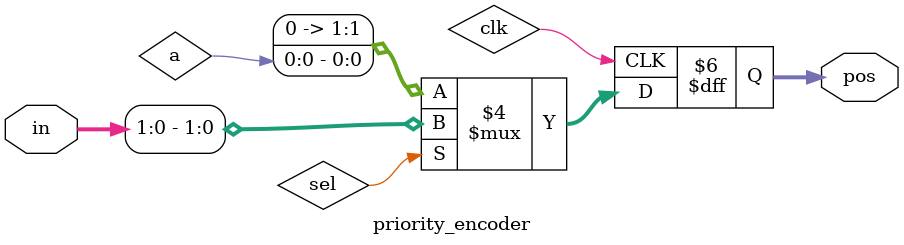
<source format=v>
module priority_encoder( 
input [2:0] in,
output reg [1:0] pos ); 
// When sel=1, assign b to out
// When sel=0, assign a to out
always @(posedge clk) begin
  if (sel==1)
    pos <= in;
  else
    pos <= a;
end
endmodule

</source>
